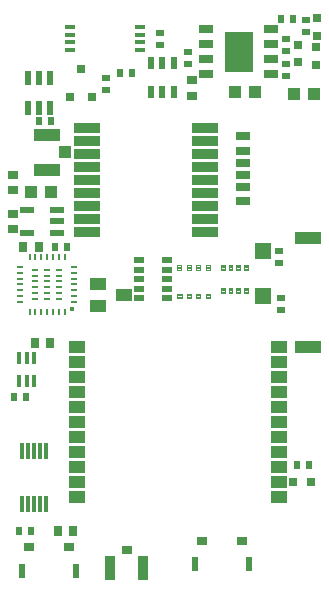
<source format=gbr>
G04 EAGLE Gerber RS-274X export*
G75*
%MOMM*%
%FSLAX34Y34*%
%LPD*%
%INSolderpaste Top*%
%IPPOS*%
%AMOC8*
5,1,8,0,0,1.08239X$1,22.5*%
G01*
%ADD10R,0.700000X0.900000*%
%ADD11R,0.600000X0.700000*%
%ADD12R,0.600000X1.200000*%
%ADD13R,0.900000X0.800000*%
%ADD14R,0.800000X0.800000*%
%ADD15R,1.300000X0.700000*%
%ADD16R,2.400000X3.400000*%
%ADD17R,0.850000X0.300000*%
%ADD18R,0.616800X1.000000*%
%ADD19R,1.100000X1.000000*%
%ADD20R,0.900000X0.700000*%
%ADD21R,0.700000X0.600000*%
%ADD22R,1.170900X0.589100*%
%ADD23R,0.545800X1.249800*%
%ADD24C,0.112500*%
%ADD25R,0.965200X0.762000*%
%ADD26R,0.812800X2.133600*%
%ADD27R,1.400000X1.000000*%
%ADD28R,1.411800X1.031800*%
%ADD29R,0.560000X0.260000*%
%ADD30R,0.260000X0.560000*%
%ADD31R,0.400000X0.400000*%
%ADD32R,1.200000X0.800000*%
%ADD33R,1.200000X0.760000*%
%ADD34R,1.200000X0.700000*%
%ADD35R,0.410000X0.988400*%
%ADD36R,2.229100X1.138000*%
%ADD37R,1.400000X1.400000*%
%ADD38C,0.125000*%
%ADD39C,0.050000*%
%ADD40R,2.211800X0.831800*%
%ADD41R,2.200000X1.050000*%
%ADD42R,1.050000X1.000000*%
%ADD43R,1.000000X1.100000*%
%ADD44R,0.300000X1.450000*%


D10*
X24933Y213170D03*
X37933Y213170D03*
D11*
X7129Y167513D03*
X17129Y167513D03*
D12*
X59767Y20035D03*
X13767Y20035D03*
D13*
X53767Y40035D03*
X19767Y40035D03*
D11*
X257222Y109474D03*
X247222Y109474D03*
D14*
X243770Y95631D03*
X258770Y95631D03*
D15*
X169985Y478536D03*
X169985Y465836D03*
X169985Y453136D03*
X169985Y440436D03*
X224985Y440436D03*
X224985Y453136D03*
X224985Y465836D03*
X224985Y478536D03*
D16*
X197485Y459486D03*
D17*
X54942Y480666D03*
X54942Y474166D03*
X54942Y467666D03*
X54942Y461166D03*
X114042Y461166D03*
X114042Y467666D03*
X114042Y474166D03*
X114042Y480666D03*
D18*
X142469Y450092D03*
X132969Y450092D03*
X123469Y450092D03*
X123469Y425446D03*
X132969Y425446D03*
X142469Y425446D03*
D19*
X261294Y423482D03*
X244294Y423482D03*
D20*
X157734Y435316D03*
X157734Y422316D03*
D21*
X237300Y439246D03*
X237300Y449246D03*
X237490Y460138D03*
X237490Y470138D03*
X130747Y475218D03*
X130747Y465218D03*
D19*
X211383Y425387D03*
X194383Y425387D03*
D14*
X247460Y465589D03*
X247460Y450589D03*
X263144Y463367D03*
X263144Y448367D03*
D11*
X96791Y441960D03*
X106791Y441960D03*
X233189Y487426D03*
X243189Y487426D03*
D22*
X43309Y306571D03*
X43309Y316071D03*
X43309Y325571D03*
X18317Y325571D03*
X18317Y306571D03*
D20*
X6541Y342369D03*
X6541Y355369D03*
D23*
X19012Y412189D03*
X28512Y412189D03*
X38012Y412189D03*
X38012Y437315D03*
X28512Y437315D03*
X19012Y437315D03*
D11*
X28338Y400685D03*
X38338Y400685D03*
D21*
X154242Y459533D03*
X154242Y449533D03*
D20*
X6541Y322476D03*
X6541Y309476D03*
D10*
X28090Y294640D03*
X15090Y294640D03*
D21*
X254064Y476521D03*
X254064Y486521D03*
D14*
X263716Y487941D03*
X263716Y472941D03*
D24*
X188864Y259269D02*
X188864Y255493D01*
X188864Y259269D02*
X192240Y259269D01*
X192240Y255493D01*
X188864Y255493D01*
X188864Y256562D02*
X192240Y256562D01*
X192240Y257631D02*
X188864Y257631D01*
X188864Y258700D02*
X192240Y258700D01*
X195364Y259269D02*
X195364Y255493D01*
X195364Y259269D02*
X198740Y259269D01*
X198740Y255493D01*
X195364Y255493D01*
X195364Y256562D02*
X198740Y256562D01*
X198740Y257631D02*
X195364Y257631D01*
X195364Y258700D02*
X198740Y258700D01*
X201864Y259269D02*
X201864Y255493D01*
X201864Y259269D02*
X205240Y259269D01*
X205240Y255493D01*
X201864Y255493D01*
X201864Y256562D02*
X205240Y256562D01*
X205240Y257631D02*
X201864Y257631D01*
X201864Y258700D02*
X205240Y258700D01*
X182364Y259269D02*
X182364Y255493D01*
X182364Y259269D02*
X185740Y259269D01*
X185740Y255493D01*
X182364Y255493D01*
X182364Y256562D02*
X185740Y256562D01*
X185740Y257631D02*
X182364Y257631D01*
X182364Y258700D02*
X185740Y258700D01*
X188864Y274893D02*
X188864Y278669D01*
X192240Y278669D01*
X192240Y274893D01*
X188864Y274893D01*
X188864Y275962D02*
X192240Y275962D01*
X192240Y277031D02*
X188864Y277031D01*
X188864Y278100D02*
X192240Y278100D01*
X195364Y278669D02*
X195364Y274893D01*
X195364Y278669D02*
X198740Y278669D01*
X198740Y274893D01*
X195364Y274893D01*
X195364Y275962D02*
X198740Y275962D01*
X198740Y277031D02*
X195364Y277031D01*
X195364Y278100D02*
X198740Y278100D01*
X201864Y278669D02*
X201864Y274893D01*
X201864Y278669D02*
X205240Y278669D01*
X205240Y274893D01*
X201864Y274893D01*
X201864Y275962D02*
X205240Y275962D01*
X205240Y277031D02*
X201864Y277031D01*
X201864Y278100D02*
X205240Y278100D01*
X182364Y278669D02*
X182364Y274893D01*
X182364Y278669D02*
X185740Y278669D01*
X185740Y274893D01*
X182364Y274893D01*
X182364Y275962D02*
X185740Y275962D01*
X185740Y277031D02*
X182364Y277031D01*
X182364Y278100D02*
X185740Y278100D01*
D25*
X102870Y37592D03*
D26*
X88916Y22352D03*
X116824Y22352D03*
D27*
X100027Y253492D03*
X78027Y243992D03*
X78027Y262992D03*
D28*
X231450Y209550D03*
X231450Y196850D03*
X231450Y184150D03*
X231450Y171450D03*
X231450Y158750D03*
X231450Y146050D03*
X231450Y133350D03*
X231450Y120650D03*
X231450Y107950D03*
X231450Y95250D03*
X231450Y82550D03*
X60650Y209550D03*
X60650Y196850D03*
X60650Y184150D03*
X60650Y171450D03*
X60650Y158750D03*
X60650Y146050D03*
X60650Y133350D03*
X60650Y120650D03*
X60650Y107950D03*
X60650Y95250D03*
X60650Y82550D03*
D29*
X58433Y247636D03*
X58433Y252636D03*
X58433Y257636D03*
X58433Y262636D03*
X58433Y267636D03*
X58433Y272636D03*
X58433Y277636D03*
D30*
X50433Y285636D03*
X45433Y285636D03*
X40433Y285636D03*
X35433Y285636D03*
X30433Y285636D03*
X25433Y285636D03*
X20433Y285636D03*
D29*
X12433Y277636D03*
X12433Y272636D03*
X12433Y267636D03*
X12433Y262636D03*
X12433Y257636D03*
X12433Y252636D03*
X12433Y247636D03*
D30*
X20433Y239636D03*
X25433Y239636D03*
X30433Y239636D03*
X35433Y239636D03*
X40433Y239636D03*
X45433Y239636D03*
X50433Y239636D03*
D29*
X45433Y250136D03*
X35433Y250136D03*
X25433Y250136D03*
X45433Y255136D03*
X35433Y255136D03*
X25433Y255136D03*
X45433Y260136D03*
X35433Y260136D03*
X25433Y260136D03*
X45433Y265136D03*
X35433Y265136D03*
X25433Y265136D03*
X45433Y270136D03*
X35433Y270136D03*
X25433Y270136D03*
X45433Y275136D03*
X35433Y275136D03*
X25433Y275136D03*
D31*
X56433Y241636D03*
D12*
X206134Y25496D03*
X160134Y25496D03*
D13*
X200134Y45496D03*
X166134Y45496D03*
D32*
X201356Y333180D03*
X201356Y388180D03*
D33*
X201356Y345480D03*
X201356Y375880D03*
D34*
X201356Y355680D03*
X201356Y365680D03*
D35*
X11407Y180923D03*
X17907Y180923D03*
X24407Y180923D03*
X24407Y200331D03*
X17907Y200331D03*
X11407Y200331D03*
D11*
X42117Y294640D03*
X52117Y294640D03*
D21*
X231394Y280623D03*
X231394Y290623D03*
X233426Y241253D03*
X233426Y251253D03*
D11*
X11637Y54229D03*
X21637Y54229D03*
D10*
X57300Y53975D03*
X44300Y53975D03*
D36*
X256032Y209949D03*
X256032Y301861D03*
D37*
X218313Y253161D03*
X218313Y291161D03*
D14*
X54381Y421070D03*
X73381Y421070D03*
X63881Y445070D03*
D21*
X85090Y437054D03*
X85090Y427054D03*
D38*
X169383Y254924D02*
X169383Y251174D01*
X169383Y254924D02*
X173133Y254924D01*
X173133Y251174D01*
X169383Y251174D01*
X169383Y252361D02*
X173133Y252361D01*
X173133Y253548D02*
X169383Y253548D01*
X169383Y254735D02*
X173133Y254735D01*
X161383Y254924D02*
X161383Y251174D01*
X161383Y254924D02*
X165133Y254924D01*
X165133Y251174D01*
X161383Y251174D01*
X161383Y252361D02*
X165133Y252361D01*
X165133Y253548D02*
X161383Y253548D01*
X161383Y254735D02*
X165133Y254735D01*
X153383Y254924D02*
X153383Y251174D01*
X153383Y254924D02*
X157133Y254924D01*
X157133Y251174D01*
X153383Y251174D01*
X153383Y252361D02*
X157133Y252361D01*
X157133Y253548D02*
X153383Y253548D01*
X153383Y254735D02*
X157133Y254735D01*
X145383Y254924D02*
X145383Y251174D01*
X145383Y254924D02*
X149133Y254924D01*
X149133Y251174D01*
X145383Y251174D01*
X145383Y252361D02*
X149133Y252361D01*
X149133Y253548D02*
X145383Y253548D01*
X145383Y254735D02*
X149133Y254735D01*
X145183Y275174D02*
X145183Y278924D01*
X148933Y278924D01*
X148933Y275174D01*
X145183Y275174D01*
X145183Y276361D02*
X148933Y276361D01*
X148933Y277548D02*
X145183Y277548D01*
X145183Y278735D02*
X148933Y278735D01*
X153383Y278924D02*
X153383Y275174D01*
X153383Y278924D02*
X157133Y278924D01*
X157133Y275174D01*
X153383Y275174D01*
X153383Y276361D02*
X157133Y276361D01*
X157133Y277548D02*
X153383Y277548D01*
X153383Y278735D02*
X157133Y278735D01*
X161383Y278924D02*
X161383Y275174D01*
X161383Y278924D02*
X165133Y278924D01*
X165133Y275174D01*
X161383Y275174D01*
X161383Y276361D02*
X165133Y276361D01*
X165133Y277548D02*
X161383Y277548D01*
X161383Y278735D02*
X165133Y278735D01*
X169383Y278924D02*
X169383Y275174D01*
X169383Y278924D02*
X173133Y278924D01*
X173133Y275174D01*
X169383Y275174D01*
X169383Y276361D02*
X173133Y276361D01*
X173133Y277548D02*
X169383Y277548D01*
X169383Y278735D02*
X173133Y278735D01*
D39*
X116464Y281212D02*
X116464Y285712D01*
X116464Y281212D02*
X108964Y281212D01*
X108964Y285712D01*
X116464Y285712D01*
X116464Y281687D02*
X108964Y281687D01*
X108964Y282162D02*
X116464Y282162D01*
X116464Y282637D02*
X108964Y282637D01*
X108964Y283112D02*
X116464Y283112D01*
X116464Y283587D02*
X108964Y283587D01*
X108964Y284062D02*
X116464Y284062D01*
X116464Y284537D02*
X108964Y284537D01*
X108964Y285012D02*
X116464Y285012D01*
X116464Y285487D02*
X108964Y285487D01*
X116464Y277712D02*
X116464Y273212D01*
X108964Y273212D01*
X108964Y277712D01*
X116464Y277712D01*
X116464Y273687D02*
X108964Y273687D01*
X108964Y274162D02*
X116464Y274162D01*
X116464Y274637D02*
X108964Y274637D01*
X108964Y275112D02*
X116464Y275112D01*
X116464Y275587D02*
X108964Y275587D01*
X108964Y276062D02*
X116464Y276062D01*
X116464Y276537D02*
X108964Y276537D01*
X108964Y277012D02*
X116464Y277012D01*
X116464Y277487D02*
X108964Y277487D01*
X116464Y269712D02*
X116464Y265212D01*
X108964Y265212D01*
X108964Y269712D01*
X116464Y269712D01*
X116464Y265687D02*
X108964Y265687D01*
X108964Y266162D02*
X116464Y266162D01*
X116464Y266637D02*
X108964Y266637D01*
X108964Y267112D02*
X116464Y267112D01*
X116464Y267587D02*
X108964Y267587D01*
X108964Y268062D02*
X116464Y268062D01*
X116464Y268537D02*
X108964Y268537D01*
X108964Y269012D02*
X116464Y269012D01*
X116464Y269487D02*
X108964Y269487D01*
X116464Y261712D02*
X116464Y257212D01*
X108964Y257212D01*
X108964Y261712D01*
X116464Y261712D01*
X116464Y257687D02*
X108964Y257687D01*
X108964Y258162D02*
X116464Y258162D01*
X116464Y258637D02*
X108964Y258637D01*
X108964Y259112D02*
X116464Y259112D01*
X116464Y259587D02*
X108964Y259587D01*
X108964Y260062D02*
X116464Y260062D01*
X116464Y260537D02*
X108964Y260537D01*
X108964Y261012D02*
X116464Y261012D01*
X116464Y261487D02*
X108964Y261487D01*
X116464Y253712D02*
X116464Y249212D01*
X108964Y249212D01*
X108964Y253712D01*
X116464Y253712D01*
X116464Y249687D02*
X108964Y249687D01*
X108964Y250162D02*
X116464Y250162D01*
X116464Y250637D02*
X108964Y250637D01*
X108964Y251112D02*
X116464Y251112D01*
X116464Y251587D02*
X108964Y251587D01*
X108964Y252062D02*
X116464Y252062D01*
X116464Y252537D02*
X108964Y252537D01*
X108964Y253012D02*
X116464Y253012D01*
X116464Y253487D02*
X108964Y253487D01*
X140464Y253712D02*
X140464Y249212D01*
X132964Y249212D01*
X132964Y253712D01*
X140464Y253712D01*
X140464Y249687D02*
X132964Y249687D01*
X132964Y250162D02*
X140464Y250162D01*
X140464Y250637D02*
X132964Y250637D01*
X132964Y251112D02*
X140464Y251112D01*
X140464Y251587D02*
X132964Y251587D01*
X132964Y252062D02*
X140464Y252062D01*
X140464Y252537D02*
X132964Y252537D01*
X132964Y253012D02*
X140464Y253012D01*
X140464Y253487D02*
X132964Y253487D01*
X140464Y257212D02*
X140464Y261712D01*
X140464Y257212D02*
X132964Y257212D01*
X132964Y261712D01*
X140464Y261712D01*
X140464Y257687D02*
X132964Y257687D01*
X132964Y258162D02*
X140464Y258162D01*
X140464Y258637D02*
X132964Y258637D01*
X132964Y259112D02*
X140464Y259112D01*
X140464Y259587D02*
X132964Y259587D01*
X132964Y260062D02*
X140464Y260062D01*
X140464Y260537D02*
X132964Y260537D01*
X132964Y261012D02*
X140464Y261012D01*
X140464Y261487D02*
X132964Y261487D01*
X140464Y265212D02*
X140464Y269712D01*
X140464Y265212D02*
X132964Y265212D01*
X132964Y269712D01*
X140464Y269712D01*
X140464Y265687D02*
X132964Y265687D01*
X132964Y266162D02*
X140464Y266162D01*
X140464Y266637D02*
X132964Y266637D01*
X132964Y267112D02*
X140464Y267112D01*
X140464Y267587D02*
X132964Y267587D01*
X132964Y268062D02*
X140464Y268062D01*
X140464Y268537D02*
X132964Y268537D01*
X132964Y269012D02*
X140464Y269012D01*
X140464Y269487D02*
X132964Y269487D01*
X140464Y273212D02*
X140464Y277712D01*
X140464Y273212D02*
X132964Y273212D01*
X132964Y277712D01*
X140464Y277712D01*
X140464Y273687D02*
X132964Y273687D01*
X132964Y274162D02*
X140464Y274162D01*
X140464Y274637D02*
X132964Y274637D01*
X132964Y275112D02*
X140464Y275112D01*
X140464Y275587D02*
X132964Y275587D01*
X132964Y276062D02*
X140464Y276062D01*
X140464Y276537D02*
X132964Y276537D01*
X132964Y277012D02*
X140464Y277012D01*
X140464Y277487D02*
X132964Y277487D01*
X140464Y281212D02*
X140464Y285712D01*
X140464Y281212D02*
X132964Y281212D01*
X132964Y285712D01*
X140464Y285712D01*
X140464Y281687D02*
X132964Y281687D01*
X132964Y282162D02*
X140464Y282162D01*
X140464Y282637D02*
X132964Y282637D01*
X132964Y283112D02*
X140464Y283112D01*
X140464Y283587D02*
X132964Y283587D01*
X132964Y284062D02*
X140464Y284062D01*
X140464Y284537D02*
X132964Y284537D01*
X132964Y285012D02*
X140464Y285012D01*
X140464Y285487D02*
X132964Y285487D01*
D40*
X168999Y307409D03*
X168999Y318409D03*
X168999Y329409D03*
X168999Y340409D03*
X168999Y351409D03*
X168999Y362409D03*
X168999Y373409D03*
X168999Y384409D03*
X168999Y395409D03*
X68999Y395409D03*
X68999Y384409D03*
X68999Y373409D03*
X68999Y362409D03*
X68999Y351409D03*
X68999Y340409D03*
X68999Y329409D03*
X68999Y318409D03*
X68999Y307409D03*
D41*
X35052Y359900D03*
X35052Y389400D03*
D42*
X50302Y374650D03*
D43*
X21218Y340614D03*
X38218Y340614D03*
D44*
X14130Y76810D03*
X19130Y76810D03*
X24130Y76810D03*
X29130Y76810D03*
X34130Y76810D03*
X34130Y121310D03*
X29130Y121310D03*
X24130Y121310D03*
X19130Y121310D03*
X14130Y121310D03*
M02*

</source>
